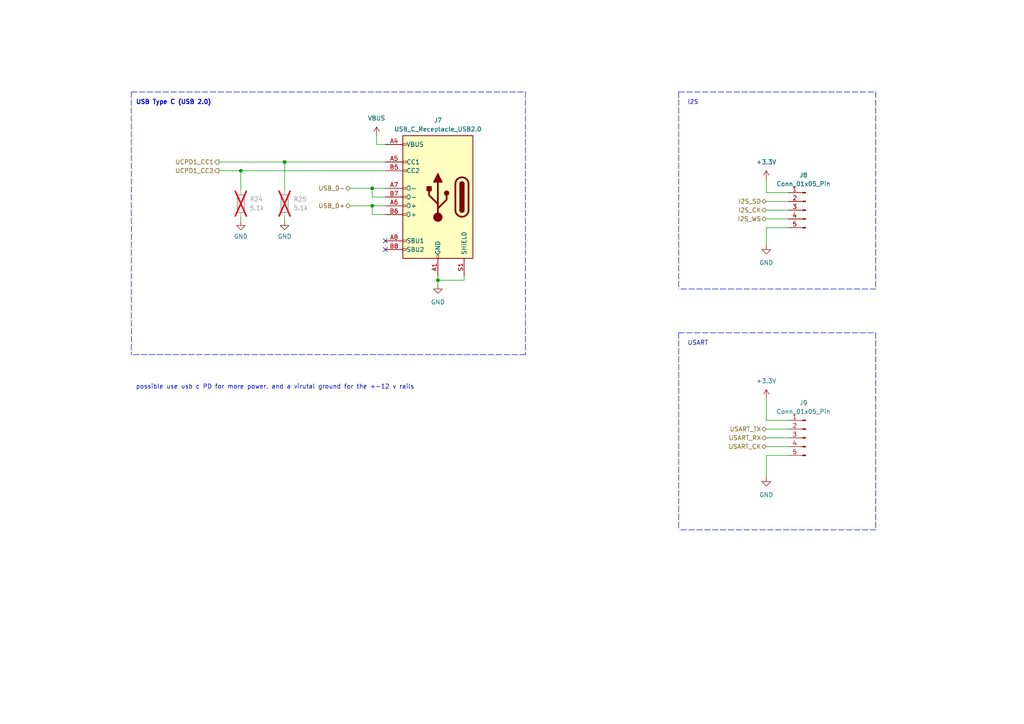
<source format=kicad_sch>
(kicad_sch (version 20231120) (generator "eeschema") (generator_version "8.0")
  (paper "A4")
  (lib_symbols
    (symbol "Connector:Conn_01x05_Pin" (pin_names (offset 1.016) hide)
      (property "Reference" "J" (at 0 7.62 0))
      (property "Value" "Conn_01x05_Pin" (at 0 -7.62 0))
      (symbol "Conn_01x05_Pin_1_1"
        (polyline (pts (xy 1.27 -5.08) (xy 0.8636 -5.08)) (stroke (width 0.1524)))
        (polyline (pts (xy 1.27 -2.54) (xy 0.8636 -2.54)) (stroke (width 0.1524)))
        (polyline (pts (xy 1.27 0) (xy 0.8636 0)) (stroke (width 0.1524)))
        (polyline (pts (xy 1.27 2.54) (xy 0.8636 2.54)) (stroke (width 0.1524)))
        (polyline (pts (xy 1.27 5.08) (xy 0.8636 5.08)) (stroke (width 0.1524)))
        (rectangle (start 0.8636 -4.953) (end 0 -5.207) (stroke (width 0.1524)) (fill (type outline)))
        (rectangle (start 0.8636 -2.413) (end 0 -2.667) (stroke (width 0.1524)) (fill (type outline)))
        (rectangle (start 0.8636 0.127) (end 0 -0.127) (stroke (width 0.1524)) (fill (type outline)))
        (rectangle (start 0.8636 2.667) (end 0 2.413) (stroke (width 0.1524)) (fill (type outline)))
        (rectangle (start 0.8636 5.207) (end 0 4.953) (stroke (width 0.1524)) (fill (type outline)))
        (pin passive line (at 5.08 5.08 180) (length 3.81) (name "Pin_1") (number "1"))
        (pin passive line (at 5.08 2.54 180) (length 3.81) (name "Pin_2") (number "2"))
        (pin passive line (at 5.08 0 180) (length 3.81) (name "Pin_3") (number "3"))
        (pin passive line (at 5.08 -2.54 180) (length 3.81) (name "Pin_4") (number "4"))
        (pin passive line (at 5.08 -5.08 180) (length 3.81) (name "Pin_5") (number "5"))
      )
    )
    (symbol "Connector:USB_C_Receptacle_USB2.0" (pin_names (offset 1.016))
      (property "Reference" "J" (at -10.16 19.05 0))
      (property "Value" "USB_C_Receptacle_USB2.0" (at 19.05 19.05 0))
      (symbol "USB_C_Receptacle_USB2.0_0_0"
        (rectangle (start -0.254 -17.78) (end 0.254 -16.764))
        (rectangle (start 10.16 -14.986) (end 9.144 -15.494))
        (rectangle (start 10.16 -12.446) (end 9.144 -12.954))
        (rectangle (start 10.16 -4.826) (end 9.144 -5.334))
        (rectangle (start 10.16 -2.286) (end 9.144 -2.794))
        (rectangle (start 10.16 0.254) (end 9.144 -0.254))
        (rectangle (start 10.16 2.794) (end 9.144 2.286))
        (rectangle (start 10.16 7.874) (end 9.144 7.366))
        (rectangle (start 10.16 10.414) (end 9.144 9.906))
        (rectangle (start 10.16 15.494) (end 9.144 14.986))
      )
      (symbol "USB_C_Receptacle_USB2.0_0_1"
        (rectangle (start -10.16 17.78) (end 10.16 -17.78) (stroke (width 0.254)) (fill (type background)))
        (arc (start -8.89 -3.81) (mid -6.985 -5.7067) (end -5.08 -3.81) (stroke (width 0.508)))
        (arc (start -7.62 -3.81) (mid -6.985 -4.4423) (end -6.35 -3.81) (stroke (width 0.254)))
        (arc (start -7.62 -3.81) (mid -6.985 -4.4423) (end -6.35 -3.81) (stroke (width 0.254)) (fill (type outline)))
        (rectangle (start -7.62 -3.81) (end -6.35 3.81) (stroke (width 0.254)) (fill (type outline)))
        (arc (start -6.35 3.81) (mid -6.985 4.4423) (end -7.62 3.81) (stroke (width 0.254)))
        (arc (start -6.35 3.81) (mid -6.985 4.4423) (end -7.62 3.81) (stroke (width 0.254)) (fill (type outline)))
        (arc (start -5.08 3.81) (mid -6.985 5.7067) (end -8.89 3.81) (stroke (width 0.508)))
        (circle (center -2.54 1.143) (radius 0.635) (stroke (width 0.254)) (fill (type outline)))
        (circle (center 0 -5.842) (radius 1.27) (fill (type outline)))
        (polyline (pts (xy -8.89 -3.81) (xy -8.89 3.81)) (stroke (width 0.508)))
        (polyline (pts (xy -5.08 3.81) (xy -5.08 -3.81)) (stroke (width 0.508)))
        (polyline (pts (xy 0 -5.842) (xy 0 4.318)) (stroke (width 0.508)))
        (polyline (pts (xy 0 -3.302) (xy -2.54 -0.762) (xy -2.54 0.508)) (stroke (width 0.508)))
        (polyline (pts (xy 0 -2.032) (xy 2.54 0.508) (xy 2.54 1.778)) (stroke (width 0.508)))
        (polyline (pts (xy -1.27 4.318) (xy 0 6.858) (xy 1.27 4.318) (xy -1.27 4.318)) (stroke (width 0.254)) (fill (type outline)))
        (rectangle (start 1.905 1.778) (end 3.175 3.048) (stroke (width 0.254)) (fill (type outline)))
      )
      (symbol "USB_C_Receptacle_USB2.0_1_1"
        (pin passive line (at 0 -22.86 90) (length 5.08) (name "GND") (number "A1"))
        (pin passive line (at 0 -22.86 90) (length 5.08) hide (name "GND") (number "A12"))
        (pin passive line (at 15.24 15.24 180) (length 5.08) (name "VBUS") (number "A4"))
        (pin bidirectional line (at 15.24 10.16 180) (length 5.08) (name "CC1") (number "A5"))
        (pin bidirectional line (at 15.24 -2.54 180) (length 5.08) (name "D+") (number "A6"))
        (pin bidirectional line (at 15.24 2.54 180) (length 5.08) (name "D-") (number "A7"))
        (pin bidirectional line (at 15.24 -12.7 180) (length 5.08) (name "SBU1") (number "A8"))
        (pin passive line (at 15.24 15.24 180) (length 5.08) hide (name "VBUS") (number "A9"))
        (pin passive line (at 0 -22.86 90) (length 5.08) hide (name "GND") (number "B1"))
        (pin passive line (at 0 -22.86 90) (length 5.08) hide (name "GND") (number "B12"))
        (pin passive line (at 15.24 15.24 180) (length 5.08) hide (name "VBUS") (number "B4"))
        (pin bidirectional line (at 15.24 7.62 180) (length 5.08) (name "CC2") (number "B5"))
        (pin bidirectional line (at 15.24 -5.08 180) (length 5.08) (name "D+") (number "B6"))
        (pin bidirectional line (at 15.24 0 180) (length 5.08) (name "D-") (number "B7"))
        (pin bidirectional line (at 15.24 -15.24 180) (length 5.08) (name "SBU2") (number "B8"))
        (pin passive line (at 15.24 15.24 180) (length 5.08) hide (name "VBUS") (number "B9"))
        (pin passive line (at -7.62 -22.86 90) (length 5.08) (name "SHIELD") (number "S1"))
      )
    )
    (symbol "Device:R" (pin_numbers hide) (pin_names (offset 0))
      (property "Reference" "R" (at 2.032 0 90))
      (property "Value" "R" (at 0 0 90))
      (symbol "R_0_1"
        (rectangle (start -1.016 -2.54) (end 1.016 2.54) (stroke (width 0.254)))
      )
      (symbol "R_1_1"
        (pin passive line (at 0 3.81 270) (length 1.27) (name "~") (number "1"))
        (pin passive line (at 0 -3.81 90) (length 1.27) (name "~") (number "2"))
      )
    )
    (symbol "power:+3.3V" (power) (pin_names (offset 0))
      (property "Value" "+3.3V" (at 0 3.556 0))
      (symbol "+3.3V_0_1"
        (polyline (pts (xy -0.762 1.27) (xy 0 2.54)))
        (polyline (pts (xy 0 0) (xy 0 2.54)))
        (polyline (pts (xy 0 2.54) (xy 0.762 1.27)))
      )
      (symbol "+3.3V_1_1"
        (pin power_in line (at 0 0 90) (length 0) hide (name "+3.3V") (number "1"))
      )
    )
    (symbol "power:GND" (power) (pin_names (offset 0))
      (property "Value" "GND" (at 0 -3.81 0))
      (symbol "GND_0_1"
        (polyline (pts (xy 0 0) (xy 0 -1.27) (xy 1.27 -1.27) (xy 0 -2.54) (xy -1.27 -1.27) (xy 0 -1.27)))
      )
      (symbol "GND_1_1"
        (pin power_in line (at 0 0 270) (length 0) hide (name "GND") (number "1"))
      )
    )
    (symbol "power:VBUS" (power) (pin_names (offset 0))
      (property "Value" "VBUS" (at 0 3.81 0))
      (symbol "VBUS_0_1"
        (polyline (pts (xy -0.762 1.27) (xy 0 2.54)))
        (polyline (pts (xy 0 0) (xy 0 2.54)))
        (polyline (pts (xy 0 2.54) (xy 0.762 1.27)))
      )
      (symbol "VBUS_1_1"
        (pin power_in line (at 0 0 90) (length 0) hide (name "VBUS") (number "1"))
      )
    )
  )
  (junction (at 82.55 46.99))
  (junction (at 107.95 54.61))
  (junction (at 107.95 59.69))
  (junction (at 127 81.28))
  (junction (at 69.85 49.53))
  (no_connect (at 111.76 72.39))
  (no_connect (at 111.76 69.85))
  (wire (pts (xy 228.6 121.92) (xy 222.25 121.92)))
  (wire (pts (xy 222.25 115.57) (xy 222.25 121.92)))
  (polyline (pts (xy 196.85 96.52) (xy 196.85 153.67)) (stroke (width 0) (type dash)))
  (polyline (pts (xy 196.85 26.67) (xy 196.85 83.82)) (stroke (width 0) (type dash)))
  (wire (pts (xy 222.25 127) (xy 228.6 127)))
  (polyline (pts (xy 254 96.52) (xy 254 153.67)) (stroke (width 0) (type dash)))
  (wire (pts (xy 222.25 63.5) (xy 228.6 63.5)))
  (polyline (pts (xy 152.4 26.67) (xy 152.4 102.87)) (stroke (width 0) (type dash)))
  (wire (pts (xy 228.6 132.08) (xy 222.25 132.08)))
  (wire (pts (xy 222.25 52.07) (xy 222.25 55.88)))
  (wire (pts (xy 69.85 49.53) (xy 69.85 55.245)))
  (polyline (pts (xy 196.85 96.52) (xy 254 96.52)) (stroke (width 0) (type dash)))
  (polyline (pts (xy 254 83.82) (xy 196.85 83.82)) (stroke (width 0) (type dash)))
  (wire (pts (xy 222.25 66.04) (xy 222.25 71.12)))
  (wire (pts (xy 69.85 62.865) (xy 69.85 64.135)))
  (wire (pts (xy 107.95 57.15) (xy 111.76 57.15)))
  (wire (pts (xy 222.25 124.46) (xy 228.6 124.46)))
  (wire (pts (xy 228.6 55.88) (xy 222.25 55.88)))
  (wire (pts (xy 107.95 54.61) (xy 111.76 54.61)))
  (polyline (pts (xy 38.1 26.67) (xy 38.1 102.87)) (stroke (width 0) (type dash)))
  (wire (pts (xy 63.5 46.99) (xy 82.55 46.99)))
  (wire (pts (xy 82.55 46.99) (xy 82.55 55.245)))
  (wire (pts (xy 222.25 132.08) (xy 222.25 138.43)))
  (wire (pts (xy 134.62 80.01) (xy 134.62 81.28)))
  (wire (pts (xy 127 81.28) (xy 127 82.55)))
  (wire (pts (xy 69.85 49.53) (xy 111.76 49.53)))
  (polyline (pts (xy 196.85 26.67) (xy 254 26.67)) (stroke (width 0) (type dash)))
  (wire (pts (xy 134.62 81.28) (xy 127 81.28)))
  (wire (pts (xy 127 81.28) (xy 127 80.01)))
  (wire (pts (xy 107.95 59.69) (xy 107.95 62.23)))
  (polyline (pts (xy 152.4 102.87) (xy 38.1 102.87)) (stroke (width 0) (type dash)))
  (wire (pts (xy 63.5 49.53) (xy 69.85 49.53)))
  (wire (pts (xy 228.6 66.04) (xy 222.25 66.04)))
  (wire (pts (xy 82.55 62.865) (xy 82.55 64.135)))
  (polyline (pts (xy 38.1 26.67) (xy 152.4 26.67)) (stroke (width 0) (type dash)))
  (wire (pts (xy 222.25 60.96) (xy 228.6 60.96)))
  (wire (pts (xy 101.6 59.69) (xy 107.95 59.69)))
  (wire (pts (xy 82.55 46.99) (xy 111.76 46.99)))
  (wire (pts (xy 101.6 54.61) (xy 107.95 54.61)))
  (wire (pts (xy 222.25 129.54) (xy 228.6 129.54)))
  (wire (pts (xy 107.95 59.69) (xy 111.76 59.69)))
  (polyline (pts (xy 254 153.67) (xy 196.85 153.67)) (stroke (width 0) (type dash)))
  (polyline (pts (xy 254 26.67) (xy 254 83.82)) (stroke (width 0) (type dash)))
  (wire (pts (xy 107.95 54.61) (xy 107.95 57.15)))
  (wire (pts (xy 107.95 62.23) (xy 111.76 62.23)))
  (wire (pts (xy 109.22 39.37) (xy 109.22 41.91)))
  (wire (pts (xy 111.76 41.91) (xy 109.22 41.91)))
  (wire (pts (xy 222.25 58.42) (xy 228.6 58.42)))
  (text "USART" (at 199.39 100.33 0) (effects (font (size 1.27 1.27)) (justify left bottom)))
  (text "I2S" (at 199.39 30.48 0) (effects (font (size 1.27 1.27)) (justify left bottom)))
  (text "USB Type C (USB 2.0)" (at 39.37 30.48 0) (effects (font (size 1.27 1.27) (bold yes)) (justify left bottom)))
  (text "possible use usb c PD for more power, and a virutal ground for the +-12 v rails" (at 39.37 113.03 0) (effects (font (size 1.27 1.27)) (justify left bottom)))
  (hierarchical_label "I2S_CK" (shape bidirectional) (at 222.25 60.96 180))
  (hierarchical_label "UCPD1_CC1" (shape output) (at 63.5 46.99 180))
  (hierarchical_label "UCPD1_CC2" (shape output) (at 63.5 49.53 180))
  (hierarchical_label "USB_D+" (shape bidirectional) (at 101.6 59.69 180))
  (hierarchical_label "I2S_WS" (shape bidirectional) (at 222.25 63.5 180))
  (hierarchical_label "USB_D-" (shape bidirectional) (at 101.6 54.61 180))
  (hierarchical_label "USART_TX" (shape bidirectional) (at 222.25 124.46 180))
  (hierarchical_label "USART_RX" (shape bidirectional) (at 222.25 127 180))
  (hierarchical_label "I2S_SD" (shape bidirectional) (at 222.25 58.42 180))
  (hierarchical_label "USART_CK" (shape bidirectional) (at 222.25 129.54 180))
  (symbol (lib_id "power:GND") (at 69.85 64.135 0) (unit 1)
    (property "Reference" "#PWR054" (effects (hide yes)))
    (property "Value" "GND" (at 69.85 68.58 0))
    (instances (project "function_gen" (path "" (reference "#PWR054") (unit 1))) (project "ENEL300Group16" (path "" (reference "#PWR091") (unit 1)) (path "" (reference "#PWR0156") (unit 1))) (project "function_generator" (path "" (reference "#PWR011") (unit 1))))
  )
  (symbol (lib_id "power:GND") (at 222.25 138.43 0) (unit 1)
    (property "Reference" "#PWR061" (effects (hide yes)))
    (property "Value" "GND" (at 222.25 143.51 0))
    (instances (project "function_gen" (path "" (reference "#PWR061") (unit 1))) (project "ENEL300Group16" (path "" (reference "#PWR097") (unit 1)) (path "" (reference "#PWR0165") (unit 1))))
  )
  (symbol (lib_id "Connector:Conn_01x05_Pin") (at 233.68 127 0) (mirror y) (unit 1)
    (property "Reference" "J9" (at 233.045 116.84 0))
    (property "Value" "Conn_01x05_Pin" (at 233.045 119.38 0))
    (property "Footprint" "Connector_PinHeader_2.54mm:PinHeader_1x05_P2.54mm_Vertical" (effects (hide yes)))
    (instances (project "function_gen" (path "" (reference "J9") (unit 1))) (project "ENEL300Group16" (path "" (reference "J27") (unit 1)) (path "" (reference "J38") (unit 1))))
  )
  (symbol (lib_id "power:+3.3V") (at 222.25 52.07 0) (unit 1)
    (property "Reference" "#PWR058" (effects (hide yes)))
    (property "Value" "+3.3V" (at 222.25 46.99 0))
    (instances (project "function_gen" (path "" (reference "#PWR058") (unit 1))) (project "ENEL300Group16" (path "" (reference "#PWR090") (unit 1)) (path "" (reference "#PWR0162") (unit 1))))
  )
  (symbol (lib_id "power:VBUS") (at 109.22 39.37 0) (unit 1)
    (property "Reference" "#PWR056" (effects (hide yes)))
    (property "Value" "VBUS" (at 109.22 34.29 0))
    (instances (project "function_gen" (path "" (reference "#PWR056") (unit 1))) (project "ENEL300Group16" (path "" (reference "#PWR089") (unit 1)) (path "" (reference "#PWR0160") (unit 1))) (project "function_generator" (path "" (reference "#PWR015") (unit 1))))
  )
  (symbol (lib_id "power:GND") (at 127 82.55 0) (unit 1)
    (property "Reference" "#PWR057" (effects (hide yes)))
    (property "Value" "GND" (at 127 87.63 0))
    (instances (project "function_gen" (path "" (reference "#PWR057") (unit 1))) (project "ENEL300Group16" (path "" (reference "#PWR094") (unit 1)) (path "" (reference "#PWR0161") (unit 1))) (project "function_generator" (path "" (reference "#PWR016") (unit 1))))
  )
  (symbol (lib_id "Device:R") (at 82.55 59.055 0) (unit 1) (dnp yes)
    (property "Reference" "R25" (at 85.09 57.785 0) (effects (justify left)))
    (property "Value" "5.1k" (at 85.09 60.325 0) (effects (justify left)))
    (property "Footprint" "Resistor_SMD:R_0805_2012Metric" (effects (hide yes)))
    (instances (project "function_gen" (path "" (reference "R25") (unit 1))) (project "ENEL300Group16" (path "" (reference "R53") (unit 1)) (path "" (reference "R27") (unit 1))) (project "function_generator" (path "" (reference "R2") (unit 1))))
  )
  (symbol (lib_id "power:GND") (at 82.55 64.135 0) (unit 1)
    (property "Reference" "#PWR055" (effects (hide yes)))
    (property "Value" "GND" (at 82.55 68.58 0))
    (instances (project "function_gen" (path "" (reference "#PWR055") (unit 1))) (project "ENEL300Group16" (path "" (reference "#PWR092") (unit 1)) (path "" (reference "#PWR0157") (unit 1))) (project "function_generator" (path "" (reference "#PWR012") (unit 1))))
  )
  (symbol (lib_id "Connector:Conn_01x05_Pin") (at 233.68 60.96 0) (mirror y) (unit 1)
    (property "Reference" "J8" (at 233.045 50.8 0))
    (property "Value" "Conn_01x05_Pin" (at 233.045 53.34 0))
    (property "Footprint" "Connector_PinHeader_2.54mm:PinHeader_1x05_P2.54mm_Vertical" (effects (hide yes)))
    (instances (project "function_gen" (path "" (reference "J8") (unit 1))) (project "ENEL300Group16" (path "" (reference "J26") (unit 1)) (path "" (reference "J37") (unit 1))))
  )
  (symbol (lib_id "Connector:USB_C_Receptacle_USB2.0") (at 127 57.15 0) (mirror y) (unit 1)
    (property "Reference" "J7" (at 127 34.925 0))
    (property "Value" "USB_C_Receptacle_USB2.0" (at 127 37.465 0))
    (property "Footprint" "Connector_USB:USB_C_Receptacle_HRO_TYPE-C-31-M-12" (effects (hide yes)))
    (property "Datasheet" "https://www.usb.org/sites/default/files/documents/usb_type-c.zip" (effects (hide yes)))
    (instances (project "function_gen" (path "" (reference "J7") (unit 1))) (project "ENEL300Group16" (path "" (reference "J25") (unit 1)) (path "" (reference "J36") (unit 1))))
  )
  (symbol (lib_id "power:+3.3V") (at 222.25 115.57 0) (unit 1)
    (property "Reference" "#PWR060" (effects (hide yes)))
    (property "Value" "+3.3V" (at 222.25 110.49 0))
    (instances (project "function_gen" (path "" (reference "#PWR060") (unit 1))) (project "ENEL300Group16" (path "" (reference "#PWR095") (unit 1)) (path "" (reference "#PWR0164") (unit 1))))
  )
  (symbol (lib_id "power:GND") (at 222.25 71.12 0) (unit 1)
    (property "Reference" "#PWR059" (effects (hide yes)))
    (property "Value" "GND" (at 222.25 76.2 0))
    (instances (project "function_gen" (path "" (reference "#PWR059") (unit 1))) (project "ENEL300Group16" (path "" (reference "#PWR093") (unit 1)) (path "" (reference "#PWR0163") (unit 1))))
  )
  (symbol (lib_id "Device:R") (at 69.85 59.055 0) (unit 1) (dnp yes)
    (property "Reference" "R24" (at 72.39 57.785 0) (effects (justify left)))
    (property "Value" "5.1k" (at 72.39 60.325 0) (effects (justify left)))
    (property "Footprint" "Resistor_SMD:R_0805_2012Metric" (effects (hide yes)))
    (instances (project "function_gen" (path "" (reference "R24") (unit 1))) (project "ENEL300Group16" (path "" (reference "R52") (unit 1)) (path "" (reference "R26") (unit 1))) (project "function_generator" (path "" (reference "R1") (unit 1))))
  )
)
</source>
